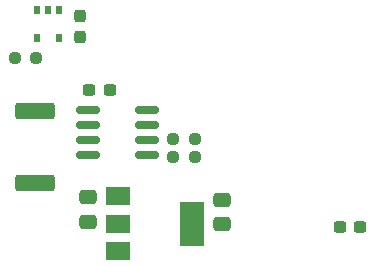
<source format=gbr>
%TF.GenerationSoftware,KiCad,Pcbnew,7.0.7*%
%TF.CreationDate,2024-02-02T19:15:28-05:00*%
%TF.ProjectId,ESP8266_Count3,45535038-3236-4365-9f43-6f756e74332e,rev?*%
%TF.SameCoordinates,Original*%
%TF.FileFunction,Paste,Top*%
%TF.FilePolarity,Positive*%
%FSLAX46Y46*%
G04 Gerber Fmt 4.6, Leading zero omitted, Abs format (unit mm)*
G04 Created by KiCad (PCBNEW 7.0.7) date 2024-02-02 19:15:28*
%MOMM*%
%LPD*%
G01*
G04 APERTURE LIST*
G04 Aperture macros list*
%AMRoundRect*
0 Rectangle with rounded corners*
0 $1 Rounding radius*
0 $2 $3 $4 $5 $6 $7 $8 $9 X,Y pos of 4 corners*
0 Add a 4 corners polygon primitive as box body*
4,1,4,$2,$3,$4,$5,$6,$7,$8,$9,$2,$3,0*
0 Add four circle primitives for the rounded corners*
1,1,$1+$1,$2,$3*
1,1,$1+$1,$4,$5*
1,1,$1+$1,$6,$7*
1,1,$1+$1,$8,$9*
0 Add four rect primitives between the rounded corners*
20,1,$1+$1,$2,$3,$4,$5,0*
20,1,$1+$1,$4,$5,$6,$7,0*
20,1,$1+$1,$6,$7,$8,$9,0*
20,1,$1+$1,$8,$9,$2,$3,0*%
G04 Aperture macros list end*
%ADD10RoundRect,0.249999X1.425001X-0.450001X1.425001X0.450001X-1.425001X0.450001X-1.425001X-0.450001X0*%
%ADD11RoundRect,0.237500X-0.250000X-0.237500X0.250000X-0.237500X0.250000X0.237500X-0.250000X0.237500X0*%
%ADD12RoundRect,0.237500X0.237500X-0.300000X0.237500X0.300000X-0.237500X0.300000X-0.237500X-0.300000X0*%
%ADD13R,0.510000X0.700000*%
%ADD14RoundRect,0.150000X0.825000X0.150000X-0.825000X0.150000X-0.825000X-0.150000X0.825000X-0.150000X0*%
%ADD15RoundRect,0.250000X0.475000X-0.337500X0.475000X0.337500X-0.475000X0.337500X-0.475000X-0.337500X0*%
%ADD16R,2.000000X1.500000*%
%ADD17R,2.000000X3.800000*%
%ADD18RoundRect,0.237500X-0.300000X-0.237500X0.300000X-0.237500X0.300000X0.237500X-0.300000X0.237500X0*%
G04 APERTURE END LIST*
D10*
%TO.C,R2*%
X113000000Y-91800000D03*
X113000000Y-85700000D03*
%TD*%
D11*
%TO.C,R3*%
X124687500Y-88000000D03*
X126512500Y-88000000D03*
%TD*%
D12*
%TO.C,C1*%
X116800000Y-79362500D03*
X116800000Y-77637500D03*
%TD*%
D13*
%TO.C,U1*%
X115050000Y-77140000D03*
X114100000Y-77140000D03*
X113150000Y-77140000D03*
X113150000Y-79460000D03*
X115050000Y-79460000D03*
%TD*%
D14*
%TO.C,U4*%
X122475000Y-89405000D03*
X122475000Y-88135000D03*
X122475000Y-86865000D03*
X122475000Y-85595000D03*
X117525000Y-85595000D03*
X117525000Y-86865000D03*
X117525000Y-88135000D03*
X117525000Y-89405000D03*
%TD*%
D15*
%TO.C,C4*%
X128800000Y-95237500D03*
X128800000Y-93162500D03*
%TD*%
D11*
%TO.C,R1*%
X111287500Y-81200000D03*
X113112500Y-81200000D03*
%TD*%
D16*
%TO.C,U3*%
X120000000Y-92900000D03*
X120000000Y-95200000D03*
D17*
X126300000Y-95200000D03*
D16*
X120000000Y-97500000D03*
%TD*%
D18*
%TO.C,C5*%
X117600000Y-83900000D03*
X119325000Y-83900000D03*
%TD*%
%TO.C,C2*%
X138837500Y-95500000D03*
X140562500Y-95500000D03*
%TD*%
D15*
%TO.C,C3*%
X117500000Y-95037500D03*
X117500000Y-92962500D03*
%TD*%
D11*
%TO.C,R4*%
X124687500Y-89600000D03*
X126512500Y-89600000D03*
%TD*%
M02*

</source>
